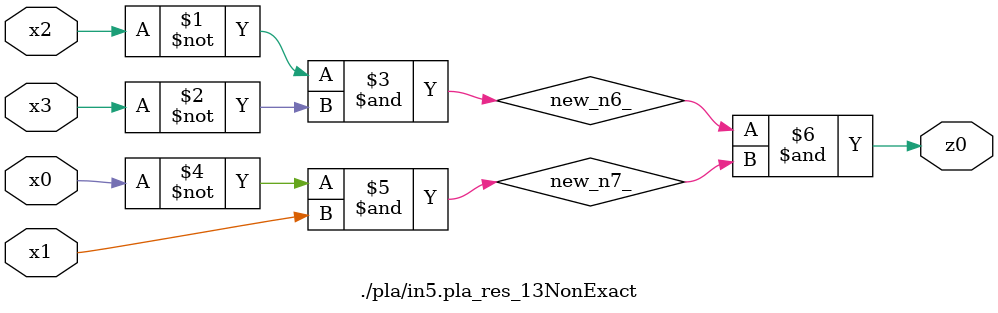
<source format=v>

module \./pla/in5.pla_res_13NonExact  ( 
    x0, x1, x2, x3,
    z0  );
  input  x0, x1, x2, x3;
  output z0;
  wire new_n6_, new_n7_;
  assign new_n6_ = ~x2 & ~x3;
  assign new_n7_ = ~x0 & x1;
  assign z0 = new_n6_ & new_n7_;
endmodule



</source>
